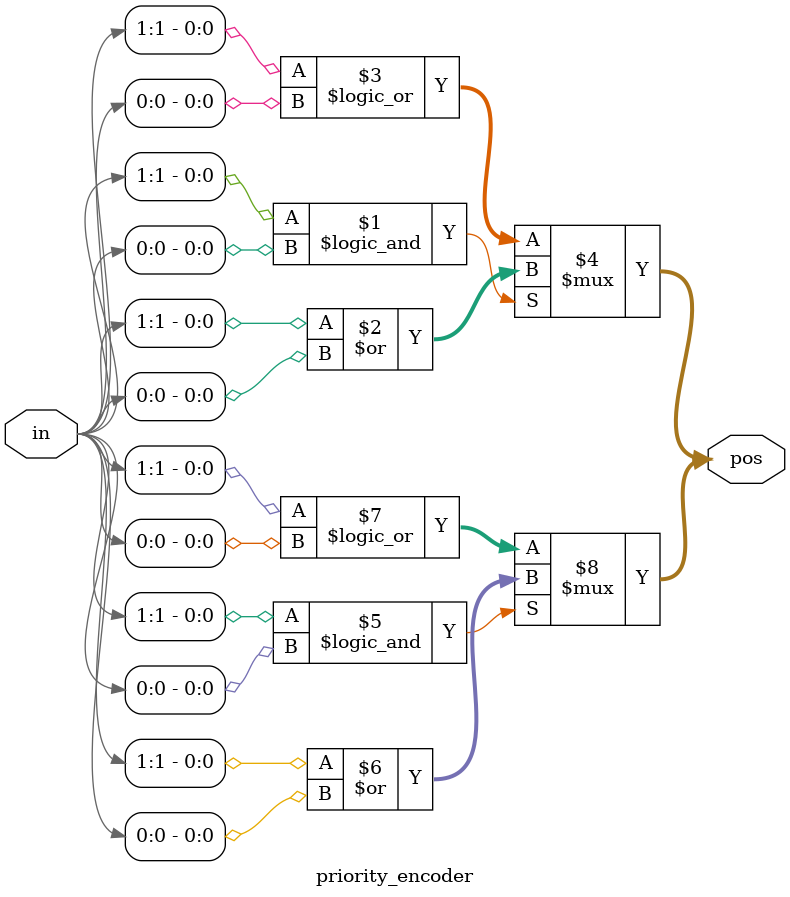
<source format=v>
module priority_encoder( 
input [2:0] in,
output reg [1:0] pos ); 
// When sel=1, assign b to out
assign pos[1:0] = (in[1] && in[0]) ? (in[1] | in[0]) : (in[1] || in[0]);
// When sel=0, assign b to out
assign pos[1:0] = (in[1] && in[0]) ? (in[1] | in[0]) : (in[1] || in[0]);
endmodule

</source>
